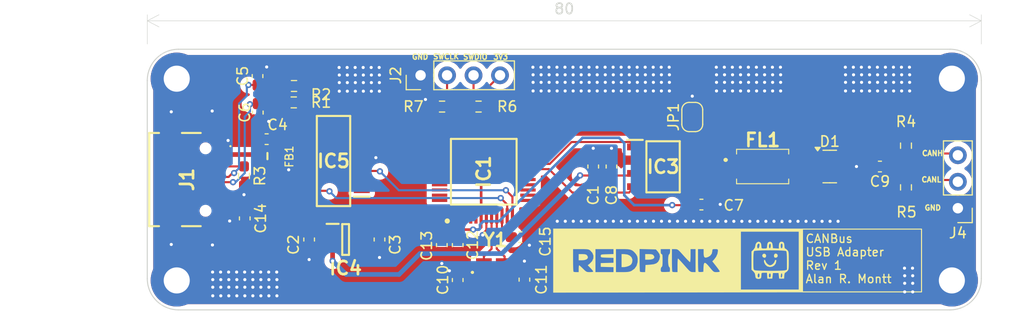
<source format=kicad_pcb>
(kicad_pcb (version 20241229) (generator "pcbnew") (generator_version "9.0")
  (layers (0 "F.Cu" signal) (2 "B.Cu" signal) (13 "F.Paste" user) (15 "B.Paste" user) (5 "F.SilkS" user "F.Silkscreen") (7 "B.SilkS" user "B.Silkscreen") (1 "F.Mask" user) (3 "B.Mask" user) (25 "Edge.Cuts" user))
  (net 0 "")
  (net 1 "VSS")
  (net 2 "5V")
  (net 3 "3V3")
  (net 4 "3V3_V1")
  (net 5 "D+1")
  (net 6 "D-1")
  (net 7 "Net-(C9-Pad1)")
  (net 8 "OSC_IN")
  (net 9 "OSC_OUT")
  (net 10 "Net-(J1-VBUS_1)")
  (net 11 "NRST")
  (net 12 "CANL")
  (net 13 "CANH")
  (net 15 "TXD")
  (net 17 "SWDIO")
  (net 21 "SWCLK")
  (net 27 "CANTX")
  (net 31 "USART2_RX")
  (net 34 "RXD")
  (net 36 "VREF")
  (net 41 "USART2_TX")
  (net 48 "CANRX")
  (net 57 "Net-(IC3-STBY)")
  (net 60 "CBUS3")
  (net 61 "DSR")
  (net 63 "RI")
  (net 64 "CTS")
  (net 65 "CBUS0")
  (net 66 "RTS")
  (net 68 "DCD")
  (net 69 "DTR")
  (net 73 "Net-(J1-CC1)")
  (net 76 "/USBDN")
  (net 77 "/USBDP")
  (net 78 "Net-(IC3-CANH)")
  (net 79 "Net-(IC3-CANL)")
  (footprint "MountingHole:MountingHole_2.5mm_Pad" (layer "F.Cu") (at 114.575 77.175)
    (property "Reference" "H4" (hide yes))
    (property "Value" "MountingHole_Pad")
  )
  (footprint "Capacitor_SMD:C_0603_1608Metric_Pad1.08x0.95mm_HandSolder" (layer "F.Cu") (at 122.35 61.075 -90)
    (property "Reference" "C6")
    (property "Value" "47pF")
  )
  (footprint "Capacitor_SMD:C_0603_1608Metric_Pad1.08x0.95mm_HandSolder" (layer "F.Cu") (at 141.525 73.7875 -90)
    (property "Reference" "C12")
    (property "Value" "4.7uF")
  )
  (footprint "Resistor_SMD:R_0603_1608Metric_Pad0.98x0.95mm_HandSolder" (layer "F.Cu") (at 184.525 64.25 -90)
    (property "Reference" "R4")
    (property "Value" "60")
  )
  (footprint "RedPink_STM32C09_Board:DR221474AE" (layer "F.Cu") (at 170.775 66.25)
    (property "Reference" "FL1")
    (property "Value" "DR221-513AE" (hide yes))
  )
  (footprint "Capacitor_SMD:C_0603_1608Metric_Pad1.08x0.95mm_HandSolder" (layer "F.Cu") (at 134.025 73.25 -90)
    (property "Reference" "C3")
    (property "Value" "1uF")
  )
  (footprint "LOGO" (layer "F.Cu") (at 162.55 75.275)
    (property "Reference" "G***" (hide yes))
    (property "Value" "LOGO" (hide yes))
  )
  (footprint "Capacitor_SMD:C_0603_1608Metric_Pad1.08x0.95mm_HandSolder" (layer "F.Cu") (at 121.1 71.225 90)
    (property "Reference" "C14")
    (property "Value" "10nF")
  )
  (footprint "RedPink_STM32C09_Board:QFP50P900X900X160-48N" (layer "F.Cu") (at 144.025 66.75 90)
    (property "Reference" "IC1")
    (property "Value" "STM32C092CBT6" (hide yes))
  )
  (footprint "Capacitor_SMD:C_0603_1608Metric_Pad1.08x0.95mm_HandSolder" (layer "F.Cu") (at 141.525 77.1375 90)
    (property "Reference" "C10")
    (property "Value" "6pF")
  )
  (footprint "Capacitor_SMD:C_0603_1608Metric_Pad1.08x0.95mm_HandSolder" (layer "F.Cu") (at 147.5375 73.025)
    (property "Reference" "C15")
    (property "Value" "100nF")
  )
  (footprint "Capacitor_SMD:C_0603_1608Metric_Pad1.08x0.95mm_HandSolder" (layer "F.Cu") (at 156.275 66.25 -90)
    (property "Reference" "C8")
    (property "Value" "100n")
  )
  (footprint "Jumper:SolderJumper-2_P1.3mm_Open_RoundedPad1.0x1.5mm" (layer "F.Cu") (at 164.025 61.5 90)
    (property "Reference" "JP1")
    (property "Value" "Jumper_2_Open")
  )
  (footprint "Capacitor_SMD:C_0603_1608Metric_Pad1.08x0.95mm_HandSolder" (layer "F.Cu") (at 164.9 69.9 180)
    (property "Reference" "C7")
    (property "Value" "100nF")
  )
  (footprint "Connector_PinHeader_2.54mm:PinHeader_1x03_P2.54mm_Vertical" (layer "F.Cu") (at 189.5 70.25 180)
    (property "Reference" "J4")
    (property "Value" "CANBUS" (hide yes))
  )
  (footprint "Resistor_SMD:R_0603_1608Metric_Pad0.98x0.95mm_HandSolder" (layer "F.Cu") (at 184.525 68.25 -90)
    (property "Reference" "R5")
    (property "Value" "60")
  )
  (footprint "Capacitor_SMD:C_0603_1608Metric_Pad1.08x0.95mm_HandSolder" (layer "F.Cu") (at 147.925 77.1 90)
    (property "Reference" "C11")
    (property "Value" "6pF")
  )
  (footprint "Connector_PinHeader_2.54mm:PinHeader_1x04_P2.54mm_Vertical" (layer "F.Cu") (at 137.965 57.5 90)
    (property "Reference" "J2")
    (property "Value" "SWD DEBUG")
  )
  (footprint "Capacitor_SMD:C_0603_1608Metric_Pad1.08x0.95mm_HandSolder" (layer "F.Cu") (at 127.275 73.25 -90)
    (property "Reference" "C2")
    (property "Value" "1uF")
  )
  (footprint "Resistor_SMD:R_0603_1608Metric_Pad0.98x0.95mm_HandSolder" (layer "F.Cu") (at 125.825 58.525 180)
    (property "Reference" "R2")
    (property "Value" "27")
  )
  (footprint "Resistor_SMD:R_0603_1608Metric_Pad0.98x0.95mm_HandSolder" (layer "F.Cu") (at 121.025 67.15 90)
    (property "Reference" "R3")
    (property "Value" "5.1k")
  )
  (footprint "Capacitor_SMD:C_0603_1608Metric_Pad1.08x0.95mm_HandSolder" (layer "F.Cu") (at 123.2 63.625 180)
    (property "Reference" "C4")
    (property "Value" "0.1uF")
  )
  (footprint "MountingHole:MountingHole_2.5mm_Pad" (layer "F.Cu") (at 114.575 57.825)
    (property "Reference" "H3" (hide yes))
    (property "Value" "MountingHole_Pad")
  )
  (footprint "MountingHole:MountingHole_2.5mm_Pad" (layer "F.Cu") (at 188.925 77.175)
    (property "Reference" "H2" (hide yes))
    (property "Value" "MountingHole_Pad")
  )
  (footprint "Resistor_SMD:R_0603_1608Metric_Pad0.98x0.95mm_HandSolder" (layer "F.Cu") (at 143.525 60.5)
    (property "Reference" "R6")
    (property "Value" "10k")
  )
  (footprint "RedPink_STM32C09_Board:LDO SOT95P280X145-5N" (layer "F.Cu") (at 130.775 73.25)
    (property "Reference" "IC4")
    (property "Value" "LDLN025M18R" (hide yes))
  )
  (footprint "Capacitor_SMD:C_0603_1608Metric_Pad1.08x0.95mm_HandSolder" (layer "F.Cu") (at 140 73.7875 -90)
    (property "Reference" "C13")
    (property "Value" "100nF")
  )
  (footprint "Capacitor_SMD:C_0603_1608Metric_Pad1.08x0.95mm_HandSolder" (layer "F.Cu") (at 182.025 66.25 180)
    (property "Reference" "C9")
    (property "Value" "4700pF")
  )
  (footprint "RedPink_STM32C09_Board:FTDI SOP64P599X175-20N" (layer "F.Cu") (at 129.613 65.722 180)
    (property "Reference" "IC5")
    (property "Value" "FT231XS-U" (hide yes))
  )
  (footprint "RedPink_STM32C09_Board:NX3225GD8MHZSTDCRA3" (layer "F.Cu") (at 144.9875 76.4)
    (property "Reference" "Y1")
    (property "Value" "NX3225GD-8MHZ-STD-CRA-3" (hide yes))
  )
  (footprint "RedPink_STM32C09_Board:BLM18SP221SN1B" (layer "F.Cu") (at 123.275 65.25 180)
    (property "Reference" "FB1")
    (property "Value" "600R 0.85A" (hide yes))
  )
  (footprint "Package_TO_SOT_SMD:SOT-23" (layer "F.Cu") (at 177.2125 66.25)
    (property "Reference" "D1")
    (property "Value" "NUP2105L")
  )
  (footprint "RedPink_STM32C09_Board:USB421603A" (layer "F.Cu") (at 115.275 67.5 -90)
    (property "Reference" "J1")
    (property "Value" "USB4216-03-A" (hide yes))
  )
  (footprint "Capacitor_SMD:C_0603_1608Metric_Pad1.08x0.95mm_HandSolder" (layer "F.Cu") (at 154.525 66.25 -90)
    (property "Reference" "C1")
    (property "Value" "22u")
  )
  (footprint "Resistor_SMD:R_0603_1608Metric_Pad0.98x0.95mm_HandSolder" (layer "F.Cu") (at 125.8 60.1)
    (property "Reference" "R1")
    (property "Value" "27")
  )
  (footprint "RedPink_STM32C09_Board:CANBUS SOIC127P600X175-8N" (layer "F.Cu") (at 161.225 66.275)
    (property "Reference" "IC3")
    (property "Value" "ATA6561-GAQW-N" (hide yes))
  )
  (footprint "Capacitor_SMD:C_0603_1608Metric_Pad1.08x0.95mm_HandSolder" (layer "F.Cu") (at 122.325 57.575 90)
    (property "Reference" "C5")
    (property "Value" "47pF")
  )
  (footprint "Resistor_SMD:R_0603_1608Metric_Pad0.98x0.95mm_HandSolder" (layer "F.Cu") (at 140.025 60.5)
    (property "Reference" "R7")
    (property "Value" "10k")
  )
  (footprint "MountingHole:MountingHole_2.5mm_Pad" (layer "F.Cu") (at 188.925 57.825)
    (property "Reference" "H1" (hide yes))
    (property "Value" "MountingHole_Pad" (hide yes))
  )
  (gr_rect (start 174.595214 72.254342) (end 186.014977 78.275145) (stroke (width 0.1)) (fill no) (layer "F.SilkS"))
  (gr_arc (start 111.75 58) (mid 112.62868 55.87868) (end 114.75 55) (stroke (width 0.1)) (layer "Edge.Cuts"))
  (gr_line (start 111.75 77) (end 111.75 58) (stroke (width 0.1)) (layer "Edge.Cuts"))
  (gr_arc (start 191.75 77) (mid 190.87132 79.12132) (end 188.75 80) (stroke (width 0.1)) (layer "Edge.Cuts"))
  (gr_line (start 188.75 80) (end 114.75 80) (stroke (width 0.1)) (layer "Edge.Cuts"))
  (gr_arc (start 188.75 55) (mid 190.87132 55.87868) (end 191.75 58) (stroke (width 0.1)) (layer "Edge.Cuts"))
  (gr_arc (start 114.75 80) (mid 112.62868 79.12132) (end 111.75 77) (stroke (width 0.1)) (layer "Edge.Cuts"))
  (gr_line (start 114.75 55) (end 188.75 55) (stroke (width 0.1)) (layer "Edge.Cuts"))
  (gr_line (start 191.75 58) (end 191.75 77) (stroke (width 0.1)) (layer "Edge.Cuts"))
  (gr_text "CANBus\nUSB Adapter\nRev 1\nAlan R. Montt\n" (at 174.825 75.1 0) (layer "F.SilkS") (effects (font (size 0.8 0.8) (thickness 0.125)) (justify left)))
  (gr_text "SWDIO" (at 141.975 56.025 0) (layer "F.SilkS") (effects (font (size 0.5 0.5) (thickness 0.125)) (justify left bottom)))
  (gr_text "GND" (at 186.25 70.5 0) (layer "F.SilkS") (effects (font (size 0.5 0.5) (thickness 0.125)) (justify left bottom)))
  (gr_text "CANL" (at 185.95 67.8 0) (layer "F.SilkS") (effects (font (size 0.5 0.5) (thickness 0.125)) (justify left bottom)))
  (gr_text "CANH" (at 186 65.275 0) (layer "F.SilkS") (effects (font (size 0.5 0.5) (thickness 0.125)) (justify left bottom)))
  (gr_text "SWCLK" (at 139.1 56 0) (layer "F.SilkS") (effects (font (size 0.5 0.5) (thickness 0.125)) (justify left bottom)))
  (gr_text "GND" (at 137.075 56.025 0) (layer "F.SilkS") (effects (font (size 0.5 0.5) (thickness 0.125)) (justify left bottom)))
  (gr_text "3V3" (at 144.875 56.025 0) (layer "F.SilkS") (effects (font (size 0.5 0.5) (thickness 0.125)) (justify left bottom)))
  (dimension (type orthogonal) (layer "Edge.Cuts") (pts (xy 111.75 55) (xy 191.75 55)) (height -2.725) (orientation 0) (format (prefix "") (suffix "") (units 3) (units_format 0) (precision 4) (suppress_zeroes yes)) (style (thickness 0.05) (arrow_length 1.27) (text_position_mode 0) (arrow_direction outward) (extension_height 0.58642) (extension_offset 0.5) (keep_text_aligned yes)) (gr_text "80" (at 151.75 51.125 0) (layer "Edge.Cuts") (effects (font (size 1 1) (thickness 0.15)))))
  (segment (start 140 75.55) (end 140 74.65) (width 0.2) (layer "F.Cu") (net 1))
  (segment (start 114.038 61.187) (end 114.038 62.405) (width 0.2) (layer "F.Cu") (net 1))
  (segment (start 156.5275 65.64) (end 156.275 65.3875) (width 0.2) (layer "F.Cu") (net 1))
  (segment (start 114.05 61) (end 114.05 61.175) (width 0.2) (layer "F.Cu") (net 1))
  (segment (start 122.3375 61.95) (end 122.35 61.9375) (width 0.2) (layer "F.Cu") (net 1))
  (segment (start 117.975 60.925) (end 117.975 61.175) (width 0.2) (layer "F.Cu") (net 1))
  (segment (start 147.925 76.2375) (end 147.925 75.325) (width 0.2) (layer "F.Cu") (net 1))
  (segment (start 118.613 64.3) (end 118.95 64.3) (width 0.2) (layer "F.Cu") (net 1))
  (segment (start 117.963 73.587) (end 117.963 72.595) (width 0.2) (layer "F.Cu") (net 1))
  (segment (start 127.275 74.1125) (end 127.275 75.175) (width 0.2) (layer "F.Cu") (net 1))
  (segment (start 118.875 70.7) (end 119.65 71.475) (width 0.2) (layer "F.Cu") (net 1))
  (segment (start 179.775 66.25) (end 181.1625 66.25) (width 0.2) (layer "F.Cu") (net 1))
  (segment (start 141.525 76.275) (end 140.75 76.275) (width 0.2) (layer "F.Cu") (net 1))
  (segment (start 122.325 56.7125) (end 123.1875 56.7125) (width 0.2) (layer "F.Cu") (net 1))
  (segment (start 134.025 74.1125) (end 134.025 74.975) (width 0.2) (layer "F.Cu") (net 1))
  (segment (start 158.525 65.64) (end 156.5275 65.64) (width 0.2) (layer "F.Cu") (net 1))
  (segment (start 156.275 64.5) (end 156.275 65.3875) (width 0.2) (layer "F.Cu") (net 1))
  (segment (start 132.325 65.404) (end 133.671 65.404) (width 0.2) (layer "F.Cu") (net 1))
  (segment (start 126.901 66.04) (end 125.835 66.04) (width 0.2) (layer "F.Cu") (net 1))
  (segment (start 123.1875 56.7125) (end 123.2 56.7) (width 0.2) (layer "F.Cu") (net 1))
  (segment (start 117.963 61.187) (end 117.963 62.405) (width 0.2) (layer "F.Cu") (net 1))
  (segment (start 144.275 72.35) (end 143.925 72.7) (width 0.2) (layer "F.Cu") (net 1))
  (segment (start 120.2625 72.0875) (end 121.1 72.0875) (width 0.2) (layer "F.Cu") (net 1))
  (segment (start 122.3375 63.625) (end 122.3375 61.95) (width 0.2) (layer "F.Cu") (net 1))
  (segment (start 118.95 64.3) (end 119.5 63.75) (width 0.2) (layer "F.Cu") (net 1))
  (segment (start 164.025 60.85) (end 164.025 59.5) (width 0.2) (layer "F.Cu") (net 1))
  (segment (start 137.965 59.3525) (end 138.43125 59.81875) (width 0.2) (layer "F.Cu") (net 1))
  (segment (start 114.05 61.175) (end 114.038 61.187) (width 0.2) (layer "F.Cu") (net 1))
  (segment (start 114.038 72.595) (end 114.038 73.713) (width 0.2) (layer "F.Cu") (net 1))
  (segment (start 121.025 68.0625) (end 121.025 68.95) (width 0.2) (layer "F.Cu") (net 1))
  (segment (start 117.975 61.175) (end 117.963 61.187) (width 0.2) (layer "F.Cu") (net 1))
  (segment (start 125.835 66.04) (end 125.3125 66.5625) (width 0.2) (layer "F.Cu") (net 1))
  (segment (start 140.75 76.275) (end 140.725 76.25) (width 0.2) (layer "F.Cu") (net 1))
  (segment (start 165.7625 69.9) (end 166.686333 69.9) (width 0.2) (layer "F.Cu") (net 1))
  (segment (start 137.965 57.5) (end 137.965 59.3525) (width 0.2) (layer "F.Cu") (net 1))
  (segment (start 178.15 66.25) (end 179.775 66.25) (width 0.2) (layer "F.Cu") (net 1))
  (segment (start 138.43125 59.81875) (end 139.1125 60.5) (width 0.2) (layer "F.Cu") (net 1))
  (segment (start 118 73.624) (end 117.963 73.587) (width 0.2) (layer "F.Cu") (net 1))
  (segment (start 125.3125 66.5625) (end 125.3 66.575) (width 0.2) (layer "F.Cu") (net 1))
  (segment (start 119.65 71.475) (end 120.2625 72.0875) (width 0.2) (layer "F.Cu") (net 1))
  (segment (start 122.35 61.9375) (end 123.3875 61.9375) (width 0.2) (layer "F.Cu") (net 1))
  (segment (start 144.275 70.988) (end 144.275 72.35) (width 0.2) (layer "F.Cu") (net 1))
  (segment (start 140 74.65) (end 141.525 74.65) (width 0.2) (layer "F.Cu") (net 1))
  (segment (start 148.4 73.025) (end 148.4 73.8) (width 0.2) (layer "F.Cu") (net 1))
  (segment (start 133.671 65.404) (end 133.675 65.4) (width 0.2) (layer "F.Cu") (net 1))
  (segment (start 123.3875 61.9375) (end 123.4 61.925) (width 0.2) (layer "F.Cu") (net 1))
  (segment (start 114.038 73.713) (end 114.05 73.725) (width 0.2) (layer "F.Cu") (net 1))
  (segment (start 143.925 72.7) (end 143.925 72.825) (width 0.2) (layer "F.Cu") (net 1))
  (segment (start 118.613 70.7) (end 118.875 70.7) (width 0.2) (layer "F.Cu") (net 1))
  (segment (start 154.525 64.5) (end 154.525 65.3875) (width 0.2) (layer "F.Cu") (net 1))
  (segment (start 118 73.775) (end 118 73.624) (width 0.2) (layer "F.Cu") (net 1))
  (via (at 148.75625 58.175) (size 0.6) (drill 0.3) (layers "F.Cu" "B.Cu") (net 1))
  (via (at 131.70625 57.475) (size 0.6) (drill 0.3) (layers "F.Cu" "B.Cu") (net 1))
  (via (at 184.85625 56.725) (size 0.6) (drill 0.3) (layers "F.Cu" "B.Cu") (net 1))
  (via (at 158.7375 56.725) (size 0.6) (drill 0.3) (layers "F.Cu" "B.Cu") (net 1))
  (via (at 120.31875 76.375) (size 0.6) (drill 0.3) (layers "F.Cu" "B.Cu") (net 1))
  (via (at 147.925 75.325) (size 0.6) (drill 0.3) (layers "F.Cu" "B.Cu") (net 1))
  (via (at 168.65625 57.45) (size 0.6) (drill 0.3) (layers "F.Cu" "B.Cu") (net 1))
  (via (at 166.472274 71.505244) (size 0.6) (drill 0.3) (layers "F.Cu" "B.Cu") (net 1))
  (via (at 164.15 71.5) (size 0.6) (drill 0.3) (layers "F.Cu" "B.Cu") (net 1))
  (via (at 153.38125 71.5) (size 0.6) (drill 0.3) (layers "F.Cu" "B.Cu") (net 1))
  (via (at 184.10625 57.45) (size 0.6) (drill 0.3) (layers "F.Cu" "B.Cu") (net 1))
  (via (at 124.1625 76.375) (size 0.6) (drill 0.3) (layers "F.Cu" "B.Cu") (net 1))
  (via (at 181.8 57.45) (size 0.6) (drill 0.3) (layers "F.Cu" "B.Cu") (net 1))
  (via (at 159.5375 71.5) (size 0.6) (drill 0.3) (layers "F.Cu" "B.Cu") (net 1))
  (via (at 157.21875 59) (size 0.6) (drill 0.3) (layers "F.Cu" "B.Cu") (net 1))
  (via (at 121.0875 76.375) (size 0.6) (drill 0.3) (layers "F.Cu" "B.Cu") (net 1))
  (via (at 184.4 77.45) (size 0.6) (drill 0.3) (layers "F.Cu" "B.Cu") (net 1))
  (via (at 152.6 58.175) (size 0.6) (drill 0.3) (layers "F.Cu" "B.Cu") (net 1))
  (via (at 138.43125 59.81875) (size 0.6) (drill 0.3) (layers "F.Cu" "B.Cu") (net 1))
  (via (at 185.15 76) (size 0.6) (drill 0.3) (layers "F.Cu" "B.Cu") (net 1))
  (via (at 132.475 58.2) (size 0.6) (drill 0.3) (layers "F.Cu" "B.Cu") (net 1))
  (via (at 119.56875 78.65) (size 0.6) (drill 0.3) (layers "F.Cu" "B.Cu") (net 1))
  (via (at 130.16875 57.475) (size 0.6) (drill 0.3) (layers "F.Cu" "B.Cu") (net 1))
  (via (at 161.04375 56.725) (size 0.6) (drill 0.3) (layers "F.Cu" "B.Cu") (net 1))
  (via (at 123.4 61.925) (size 0.6) (drill 0.3) (layers "F.Cu" "B.Cu") (net 1))
  (via (at 181.8 59) (size 0.6) (drill 0.3) (layers "F.Cu" "B.Cu") (net 1))
  (via (at 130.16875 58.2) (size 0.6) (drill 0.3) (layers "F.Cu" "B.Cu") (net 1))
  (via (at 183.3375 58.175) (size 0.6) (drill 0.3) (layers "F.Cu" "B.Cu") (net 1))
  (via (at 154.1375 59) (size 0.6) (drill 0.3) (layers "F.Cu" "B.Cu") (net 1))
  (via (at 174.934774 71.505244) (size 0.6) (drill 0.3) (layers "F.Cu" "B.Cu") (net 1))
  (via (at 149.525 59) (size 0.6) (drill 0.3) (layers "F.Cu" "B.Cu") (net 1))
  (via (at 121.10625 77.1) (size 0.6) (drill 0.3) (layers "F.Cu" "B.Cu") (net 1))
  (via (at 154.11875 56.725) (size 0.6) (drill 0.3) (layers "F.Cu" "B.Cu") (net 1))
  (via (at 172.5 58.175) (size 0.6) (drill 0.3) (layers "F.Cu" "B.Cu") (net 1))
  (via (at 151.83125 58.175) (size 0.6) (drill 0.3) (layers "F.Cu" "B.Cu") (net 1))
  (via (at 131.6875 56.75) (size 0.6) (drill 0.3) (layers "F.Cu" "B.Cu") (net 1))
  (via (at 118.8 78.65) (size 0.6) (drill 0.3) (layers "F.Cu" "B.Cu") (net 1))
  (via (at 156.45 57.45) (size 0.6) (drill 0.3) (layers "F.Cu" "B.Cu") (net 1))
  (via (at 151.84375 71.5) (size 0.6) (drill 0.3) (layers "F.Cu" "B.Cu") (net 1))
  (via (at 167.1 56.725) (size 0.6) (drill 0.3) (layers "F.Cu" "B.Cu") (net 1))
  (via (at 184.10625 59) (size 0.6) (drill 0.3) (layers "F.Cu" "B.Cu") (net 1))
  (via (at 121.025 68.95) (size 0.6) (drill 0.3) (layers "F.Cu" "B.Cu") (net 1))
  (via (at 179.775 66.25) (size 0.6) (drill 0.3) (layers "F.Cu" "B.Cu") (net 1))
  (via (at 133.225 56.75) (size 0.6) (drill 0.3) (layers "F.Cu" "B.Cu") (net 1))
  (via (at 183.3375 57.45) (size 0.6) (drill 0.3) (layers "F.Cu" "B.Cu") (net 1))
  (via (at 156.45625 71.5) (size 0.6) (drill 0.3) (layers "F.Cu" "B.Cu") (net 1))
  (via (at 123.39375 76.375) (size 0.6) (drill 0.3) (layers "F.Cu" "B.Cu") (net 1))
  (via (at 165.703524 71.505244) (size 0.6) (drill 0.3) (layers "F.Cu" "B.Cu") (net 1))
  (via (at 184.0875 56.725) (size 0.6) (drill 0.3) (layers "F.Cu" "B.Cu") (net 1))
  (via (at 131.70625 58.2) (size 0.6) (drill 0.3) (layers "F.Cu" "B.Cu") (net 1))
  (via (at 158.76875 71.5) (size 0.6) (drill 0.3) (layers "F.Cu" "B.Cu") (net 1))
  (via (at 169.547274 71.505244) (size 0.6) (drill 0.3) (layers "F.Cu" "B.Cu") (net 1))
  (via (at 182.56875 57.45) (size 0.6) (drill 0.3) (layers "F.Cu" "B.Cu") (net 1))
  (via (at 150.29375 58.175) (size 0.6) (drill 0.3) (layers "F.Cu" "B.Cu") (net 1))
  (via (at 156.45 58.175) (size 0.6) (drill 0.3) (layers "F.Cu" "B.Cu") (net 1))
  (via (at 184.38125 76) (size 0.6) (drill 0.3) (layers "F.Cu" "B.Cu") (net 1))
  (via (at 151.04375 56.725) (size 0.6) (drill 0.3) (layers "F.Cu" "B.Cu") (net 1))
  (via (at 123.2 56.7) (size 0.6) (drill 0.3) (layers "F.Cu" "B.Cu") (net 1))
  (via (at 157.21875 58.175) (size 0.6) (drill 0.3) (layers "F.Cu" "B.Cu") (net 1))
  (via (at 160.29375 59) (size 0.6) (drill 0.3) (layers "F.Cu" "B.Cu") (net 1))
  (via (at 118.03125 78.65) (size 0.6) (drill 0.3) (layers "F.Cu" "B.Cu") (net 1))
  (via (at 180.24375 56.725) (size 0.6) (drill 0.3) (layers "F.Cu" "B.Cu") (net 1))
  (via (at 153.35 56.725) (size 0.6) (drill 0.3) (layers "F.Cu" "B.Cu") (net 1))
  (via (at 122.64375 78.65) (size 0.6) (drill 0.3) (layers "F.Cu" "B.Cu") (net 1))
  (via (at 181.8 58.175) (size 0.6) (drill 0.3) (layers "F.Cu" "B.Cu") (net 1))
  (via (at 114.05 73.725) (size 0.6) (drill 0.3) (layers "F.Cu" "B.Cu") (net 1))
  (via (at 171.7125 56.725) (size 0.6) (drill 0.3) (layers "F.Cu" "B.Cu") (net 1))
  (via (at 119.56875 77.825) (size 0.6) (drill 0.3) (layers "F.Cu" "B.Cu") (net 1))
  (via (at 170.19375 59) (size 0.6) (drill 0.3) (layers "F.Cu" "B.Cu") (net 1))
  (via (at 134.0125 59.025) (size 0.6) (drill 0.3) (layers "F.Cu" "B.Cu") (net 1))
  (via (at 118.03125 77.825) (size 0.6) (drill 0.3) (layers "F.Cu" "B.Cu") (net 1))
  (via (at 157.9875 59) (size 0.6) (drill 0.3) (layers "F.Cu" "B.Cu") (net 1))
  (via (at 168.009774 71.505244) (size 0.6) (drill 0.3) (layers "F.Cu" "B.Cu") (net 1))
  (via (at 179.49375 59) (size 0.6) (drill 0.3) (layers "F.Cu" "B.Cu") (net 1))
  (via (at 151.83125 57.45) (size 0.6) (drill 0.3) (layers "F.Cu" "B.Cu") (net 1))
  (via (at 170.94375 56.725) (size 0.6) (drill 0.3) (layers "F.Cu" "B.Cu") (net 1))
  (via (at 132.45625 56.75) (size 0.6) (drill 0.3) (layers "F.Cu" "B.Cu") (net 1))
  (via (at 166.706146 69.880187) (size 0.6) (drill 0.3) (layers "F.Cu" "B.Cu") (net 1))
  (via (at 130.9375 57.475) (size 0.6) (drill 0.3) (layers "F.Cu" "B.Cu") (net 1))
  (via (at 164.025 59.5) (size 0.6) (drill 0.3) (layers "F.Cu" "B.Cu") (net 1))
  (via (at 161.0625 58.175) (size 0.6) (drill 0.3) (layers "F.Cu" "B.Cu") (net 1))
  (via (at 151.075 71.5) (size 0.6) (drill 0.3) (layers "F.Cu" "B.Cu") (net 1))
  (via (at 130.91875 56.75) (size 0.6) (drill 0.3) (layers "F.Cu" "B.Cu") (net 1))
  (via (at 114.05 61) (size 0.6) (drill 0.3) (layers "F.Cu" "B.Cu") (net 1))
  (via (at 157.9875 57.45) (size 0.6) (drill 0.3) (layers "F.Cu" "B.Cu") (net 1))
  (via (at 121.875 78.65) (size 0.6) (drill 0.3) (layers "F.Cu" "B.Cu") (net 1))
  (via (at 161.8125 56.725) (size 0.6) (drill 0.3) (layers "F.Cu" "B.Cu") (net 1))
  (via (at 143.925 72.825) (size 0.6) (drill 0.3) (layers "F.Cu" "B.Cu") (net 1))
  (via (at 169.425 57.45) (size 0.6) (drill 0.3) (layers "F.Cu" "B.Cu") (net 1))
  (via (at 123.4125 77.1) (size 0.6) (drill 0.3) (layers "F.Cu" "B.Cu") (net 1))
  (via (at 133.24375 58.2) (size 0.6) (drill 0.3) (layers "F.Cu" "B.Cu") (net 1))
  (via (at 151.0625 57.45) (size 0.6) (drill 0.3) (layers "F.Cu" "B.Cu") (net 1))
  (via (at 119.5 63.75) (size 0.6) (drill 0.3) (layers "F.Cu" "B.Cu") (net 1))
  (via (at 170.175 56.725) (size 0.6) (drill 0.3) (layers "F.Cu" "B.Cu") (net 1))
  (via (at 161.83125 59) (size 0.6) (drill 0.3) (layers "F.Cu" "B.Cu") (net 1))
  (via (at 124.18125 77.1) (size 0.6) (drill 0.3) (layers "F.Cu" "B.Cu") (net 1))
  (via (at 154.15 71.5) (size 0.6) (drill 0.3) (layers "F.Cu" "B.Cu") (net 1))
  (via (at 167.11875 57.45) (size 0.6) (drill 0.3) (layers "F.Cu" "B.Cu") (net 1))
  (via (at 183.3375 59) (size 0.6) (drill 0.3) (layers "F.Cu" "B.Cu") (net 1))
  (via (at 169.425 58.175) (size 0.6) (drill 0.3) (layers "F.Cu" "B.Cu") (net 1))
  (via (at 124.18125 77.825) (size 0.6) (drill 0.3) (layers "F.Cu" "B.Cu") (net 1))
  (via (at 130.9375 58.2) (size 0.6) (drill 0.3) (layers "F.Cu" "B.Cu") (net 1))
  (via (at 178.725 57.45) (size 0.6) (drill 0.3) (layers "F.Cu" "B.Cu") (net 1))
  (via (at 161.83125 58.175) (size 0.6) (drill 0.3) (layers "F.Cu" "B.Cu") (net 1))
  (via (at 171.73125 57.45) (size 0.6) (drill 0.3) (layers "F.Cu" "B.Cu") (net 1))
  (via (at 152.6125 71.5) (size 0.6) (drill 0.3) (layers "F.Cu" "B.Cu") (net 1))
  (via (at 121.85625 76.375) (size 0.6) (drill 0.3) (layers "F.Cu" "B.Cu") (net 1))
  (via (at 133.99375 56.75) (size 0.6) (drill 0.3) (layers "F.Cu" "B.Cu") (net 1))
  (via (at 153.36875 59) (size 0.6) (drill 0.3) (layers "F.Cu" "B.Cu") (net 1))
  (via (at 133.675 65.4) (size 0.6) (drill 0.3) (layers "F.Cu" "B.Cu") (net 1))
  (via (at 131.70625 59.025) (size 0.6) (drill 0.3) (layers "F.Cu" "B.Cu") (net 1))
  (via (at 184.875 58.175) (size 0.6) (drill 0.3) (layers "F.Cu" "B.Cu") (net 1))
  (via (at 157.9875 58.175) (size 0.6) (drill 0.3) (layers "F.Cu" "B.Cu") (net 1))
  (via (at 150.29375 59) (size 0.6) (drill 0.3) (layers "F.Cu" "B.Cu") (net 1))
  (via (at 161.0625 57.45) (size 0.6) (drill 0.3) (layers "F.Cu" "B.Cu") (net 1))
  (via (at 158 71.5) (size 0.6) (drill 0.3) (layers "F.Cu" "B.Cu") (net 1))
  (via (at 149.50625 56.725) (size 0.6) (drill 0.3) (layers "F.Cu" "B.Cu") (net 1))
  (via (at 132.475 59.025) (size 0.6) (drill 0.3) (layers "F.Cu" "B.Cu") (net 1))
  (via (at 156.43125 56.725) (size 0.6) (drill 0.3) (layers "F.Cu" "B.Cu") (net 1))
  (via (at 168.65625 58.175) (size 0.6) (drill 0.3) (layers "F.Cu" "B.Cu") (net 1))
  (via (at 155.6875 71.5) (size 0.6) (drill 0.3) (layers "F.Cu" "B.Cu") (net 1))
  (via (at 178.009774 71.505244) (size 0.6) (drill 0.3) (layers "F.Cu" "B.Cu") (net 1))
  (via (at 154.525 64.5) (size 0.6) (drill 0.3) (layers "F.Cu" "B.Cu") (net 1))
  (via (at 130.15 56.75) (size 0.6) (drill 0.3) (layers "F.Cu" "B.Cu") (net 1))
  (via (at 167.11875 59) (size 0.6) (drill 0.3) (layers "F.Cu" "B.Cu") (net 1))
  (via (at 161.84375 71.5) (size 0.6) (drill 0.3) (layers "F.Cu" "B.Cu") (net 1))
  (via (at 167.86875 56.725) (size 0.6) (drill 0.3) (layers "F.Cu" "B.Cu") (net 1))
  (via (at 171.859774 71.505244) (size 0.6) (drill 0.3) (layers "F.Cu" "B.Cu") (net 1))
  (via (at 121.10625 78.65) (size 0.6) (drill 0.3) (layers "F.Cu" "B.Cu") (net 1))
  (via (at 170.9625 59) (size 0.6) (drill 0.3) (layers "F.Cu" "B.Cu") (net 1))
  (via (at 167.8875 59) (size 0.6) (drill 0.3) (layers "F.Cu" "B.Cu") (net 1))
  (via (at 170.316024 71.505244) (size 0.6) (drill 0.3) (layers "F.Cu" "B.Cu") (net 1))
  (via (at 181.78125 56.725) (size 0.6) (drill 0.3) (layers "F.Cu" "B.Cu") (net 1))
  (via (at 151.8125 56.725) (size 0.6) (drill 0.3) (layers "F.Cu" "B.Cu") (net 1))
  (via (at 134.0125 57.475) (size 0.6) (drill 0.3) (layers "F.Cu" "B.Cu") (net 1))
  (via (at 150.29375 57.45) (size 0.6) (drill 0.3) (layers "F.Cu" "B.Cu") (net 1))
  (via (at 159.525 58.175) (size 0.6) (drill 0.3) (layers "F.Cu" "B.Cu") (net 1))
  (via (at 159.50625 56.725) (size 0.6) (drill 0.3) (layers "F.Cu" "B.Cu") (net 1))
  (via (at 118.78125 76.375) (size 0.6) (drill 0.3) (layers "F.Cu" "B.Cu") (net 1))
  (via (at 167.8875 58.175) (size 0.6) (drill 0.3) (layers "F.Cu" "B.Cu") (net 1))
  (via (at 157.225 71.5) (size 0.6) (drill 0.3) (layers "F.Cu" "B.Cu") (net 1))
  (via (at 119.65 71.475) (size 0.6) (drill 0.3) (layers "F.Cu" "B.Cu") (net 1))
  (via (at 133.24375 59.025) (size 0.6) (drill 0.3) (layers "F.Cu" "B.Cu") (net 1))
  (via (at 160.30625 71.5) (size 0.6) (drill 0.3) (layers "F.Cu" "B.Cu") (net 1))
  (via (at 180.2625 57.45) (size 0.6) (drill 0.3) (layers "F.Cu" "B.Cu") (net 1))
  (via (at 166.35 57.45) (size 0.6) (drill 0.3) (layers "F.Cu" "B.Cu") (net 1))
  (via (at 148.75625 59) (size 0.6) (drill 0.3) (layers "F.Cu" "B.Cu") (net 1))
  (via (at 123.4125 78.65) (size 0.6) (drill 0.3) (layers "F.Cu" "B.Cu") (net 1))
  (via (at 178.70625 56.725) (size 0.6) (drill 0.3) (layers "F.Cu" "B.Cu") (net 1))
  (via (at 168.65625 59) (size 0.6) (drill 0.3) (layers "F.Cu" "B.Cu") (net 1))
  (via (at 159.525 57.45) (size 0.6) (drill 0.3) (layers "F.Cu" "B.Cu") (net 1))
  (via (at 132.475 57.475) (size 0.6) (drill 0.3) (layers "F.Cu" "B.Cu") (net 1))
  (via (at 184.10625 58.175) (size 0.6) (drill 0.3) (layers "F.Cu" "B.Cu") (net 1))
  (via (at 151.83125 59) (size 0.6) (drill 0.3) (layers "F.Cu" "B.Cu") (net 1))
  (via (at 170.9625 58.175) (size 0.6) (drill 0.3) (layers "F.Cu" "B.Cu") (net 1))
  (via (at 169.40625 56.725) (size 0.6) (drill 0.3) (layers "F.Cu" "B.Cu") (net 1))
  (via (at 130.16875 59.025) (size 0.6) (drill 0.3) (layers "F.Cu" "B.Cu") (net 1))
  (via (at 150.275 56.725) (size 0.6) (drill 0.3) (layers "F.Cu" "B.Cu") (net 1))
  (via (at 181.0125 56.725) (size 0.6) (drill 0.3) (layers "F.Cu" "B.Cu") (net 1))
  (via (at 119.56875 77.1) (size 0.6) (drill 0.3) (layers "F.Cu" "B.Cu") (net 1))
  (via (at 118 73.775) (size 0.6) (drill 0.3) (layers "F.Cu" "B.Cu") (net 1))
  (via (at 154.90625 59) (size 0.6) (drill 0.3) (layers "F.Cu" "B.Cu") (net 1))
  (via (at 125.3125 66.5625) (size 0.6) (drill 0.3) (layers "F.Cu" "B.Cu") (net 1))
  (via (at 118.8 77.825) (size 0.6) (drill 0.3) (layers "F.Cu" "B.Cu") (net 1))
  (via (at 174.166024 71.505244) (size 0.6) (drill 0.3) (layers "F.Cu" "B.Cu") (net 1))
  (via (at 157.21875 57.45) (size 0.6) (drill 0.3) (layers "F.Cu" "B.Cu") (net 1))
  (via (at 154.91875 71.5) (size 0.6) (drill 0.3) (layers "F.Cu" "B.Cu") (net 1))
  (via (at 157.2 56.725) (size 0.6) (drill 0.3) (layers "F.Cu" "B.Cu") (net 1))
  (via (at 182.56875 59) (size 0.6) (drill 0.3) (layers "F.Cu" "B.Cu") (net 1))
  (via (at 152.6 57.45) (size 0.6) (drill 0.3) (layers "F.Cu" "B.Cu") (net 1))
  (via (at 149.525 57.45) (size 0.6) (drill 0.3) (layers "F.Cu" "B.Cu") (net 1))
  (via (at 120.3375 77.1) (size 0.6) (drill 0.3) (layers "F.Cu" "B.Cu") (net 1))
  (via (at 118.03125 77.1) (size 0.6) (drill 0.3) (layers "F.Cu" "B.Cu") (net 1))
  (via (at 163.38125 71.5) (size 0.6) (drill 0.3) (layers "F.Cu" "B.Cu") (net 1))
  (via (at 154.1375 57.45) (size 0.6) (drill 0.3) (layers "F.Cu" "B.Cu") (net 1))
  (via (at 184.4 76.725) (size 0.6) (drill 0.3) (layers "F.Cu" "B.Cu") (net 1))
  (via (at 168.6375 56.725) (size 0.6) (drill 0.3) (layers "F.Cu" "B.Cu") (net 1))
  (via (at 172.628524 71.505244) (size 0.6) (drill 0.3) (layers "F.Cu" "B.Cu") (net 1))
  (via (at 134.025 74.975) (size 0.6) (drill 0.3) (layers "F.Cu" "B.Cu") (net 1))
  (via (at 123.4125 77.825) (size 0.6) (drill 0.3) (layers "F.Cu" "B.Cu") (net 1))
  (via (at 148.7375 56.725) (size 0.6) (drill 0.3) (layers "F.Cu" "B.Cu") (net 1))
  (via (at 179.49375 57.45) (size 0.6) (drill 0.3) (layers "F.Cu" "B.Cu") (net 1))
  (via (at 185.16875 78.275) (size 0.6) (drill 0.3) (layers "F.Cu" "B.Cu") (net 1))
  (via (at 140.725 76.25) (size 0.6) (drill 0.3) (layers "F.Cu" "B.Cu") (net 1))
  (via (at 155.68125 58.175) (size 0.6) (drill 0.3) (layers "F.Cu" "B.Cu") (net 1))
  (via (at 183.31875 56.725) (size 0.6) (drill 0.3) (layers "F.Cu" "B.Cu") (net 1))
  (via (at 154.1375 58.175) (size 0.6) (drill 0.3) (layers "F.Cu" "B.Cu") (net 1))
  (via (at 178.725 58.175) (size 0.6) (drill 0.3) (layers "F.Cu" "B.Cu") (net 1))
  (via (at 166.35 58.175) (size 0.6) (drill 0.3) (layers "F.Cu" "B.Cu") (net 1))
  (via (at 148.4 73.8) (size 0.6) (drill 0.3) (layers "F.Cu" "B.Cu") (net 1))
  (via (at 127.275 75.175) (size 0.6) (drill 0.3) (layers "F.Cu" "B.Cu") (net 1))
  (via (at 154.90625 57.45) (size 0.6) (drill 0.3) (layers "F.Cu" "B.Cu") (net 1))
  (via (at 155.68125 57.45) (size 0.6) (drill 0.3) (layers "F.Cu" "B.Cu") (net 1))
  (via (at 167.11875 58.175) (size 0.6) (drill 0.3) (layers "F.Cu" "B.Cu") (net 1))
  (via (at 170.9625 57.45) (size 0.6) (drill 0.3) (layers "F.Cu" "B.Cu") (net 1))
  (via (at 124.18125 78.65) (size 0.6) (drill 0.3) (layers "F.Cu" "B.Cu") (net 1))
  (via (at 122.64375 77.825) (size 0.6) (drill 0.3) (layers "F.Cu" "B.Cu") (net 1))
  (via (at 121.10625 77.825) (size 0.6) (drill 0.3) (layers "F.Cu" "B.Cu") (net 1))
  (via (at 164.934774 71.505244) (size 0.6) (drill 0.3) (layers "F.Cu" "B.Cu") (net 1))
  (via (at 122.64375 77.1) (size 0.6) (drill 0.3) (layers "F.Cu" "B.Cu") (net 1))
  (via (at 153.36875 57.45) (size 0.6) (drill 0.3) (layers "F.Cu" "B.Cu") (net 1))
  (via (at 160.29375 57.45) (size 0.6) (drill 0.3) (layers "F.Cu" "B.Cu") (net 1))
  (via (at 117.975 60.925) (size 0.6) (drill 0.3) (layers "F.Cu" "B.Cu") (net 1))
  (via (at 122.625 76.375) (size 0.6) (drill 0.3) (layers "F.Cu" "B.Cu") (net 1))
  (via (at 160.29375 58.175) (size 0.6) (drill 0.3) (layers "F.Cu" "B.Cu") (net 1))
  (via (at 182.56875 58.175) (size 0.6) (drill 0.3) (layers "F.Cu" "B.Cu") (net 1))
  (via (at 159.525 59) (size 0.6) (drill 0.3) (layers "F.Cu" "B.Cu") (net 1))
  (via (at 180.2625 58.175) (size 0.6) (drill 0.3) (layers "F.Cu" "B.Cu") (net 1))
  (via (at 180.2625 59) (size 0.6) (drill 0.3) (layers "F.Cu" "B.Cu") (net 1))
  (via (at 175.703524 71.505244) (size 0.6) (drill 0.3) (layers "F.Cu" "B.Cu") (net 1))
  (via (at 120.3375 78.65) (size 0.6) (drill 0.3) (layers "F.Cu" "B.Cu") (net 1))
  (via (at 152.6 59) (size 0.6) (drill 0.3) (layers "F.Cu" "B.Cu") (net 1))
  (via (at 182.55 56.725) (size 0.6) (drill 0.3) (layers "F.Cu" "B.Cu") (net 1))
  (via (at 185.16875 77.45) (size 0.6) (drill 0.3) (layers "F.Cu" "B.Cu") (net 1))
  (via (at 167.8875 57.45) (size 0.6) (drill 0.3) (layers "F.Cu" "B.Cu") (net 1))
  (via (at 173.397274 71.505244) (size 0.6) (drill 0.3) (layers "F.Cu" "B.Cu") (net 1))
  (via (at 184.875 57.45) (size 0.6) (drill 0.3) (layers "F.Cu" "B.Cu") (net 1))
  (via (at 133.24375 57.475) (size 0.6) (drill 0.3) (layers "F.Cu" "B.Cu") (net 1))
  (via (at 179.475 56.725) (size 0.6) (drill 0.3) (layers "F.Cu" "B.Cu") (net 1))
  (via (at 185.16875 76.725) (size 0.6) (drill 0.3) (layers "F.Cu" "B.Cu") (net 1))
  (via (at 181.03125 58.175) (size 0.6) (drill 0.3) (layers "F.Cu" "B.Cu") (net 1))
  (via (at 170.19375 58.175) (size 0.6) (drill 0.3) (layers "F.Cu" "B.Cu") (net 1))
  (via (at 148.75625 57.45) (size 0.6) (drill 0.3) (layers "F.Cu" "B.Cu") (net 1))
  (via (at 155.68125 59) (size 0.6) (drill 0.3) (layers "F.Cu" "B.Cu") (net 1))
  (via (at 161.075 71.5) (size 0.6) (drill 0.3) (layers "F.Cu" "B.Cu") (net 1))
  (via (at 151.0625 59) (size 0.6) (drill 0.3) (layers "F.Cu" "B.Cu") (net 1))
  (via (at 154.90625 58.175) (size 0.6) (drill 0.3) (layers "F.Cu" "B.Cu") (net 1))
  (via (at 172.5 59) (size 0.6) (drill 0.3) (layers "F.Cu" "B.Cu") (net 1))
  (via (at 155.6625 56.725) (size 0.6) (drill 0.3) (layers "F.Cu" "B.Cu") (net 1))
  (via (at 171.73125 59) (size 0.6) (drill 0.3) (layers "F.Cu" "B.Cu") (net 1))
  (via (at 119.55 76.375) (size 0.6) (drill 0.3) (layers "F.Cu" "B.Cu") (net 1))
  (via (at 149.525 58.175) (size 0.6) (drill 0.3) (layers "F.Cu" "B.Cu") (net 1))
  (via (at 171.084774 71.505244) (size 0.6) (drill 0.3) (layers "F.Cu" "B.Cu") (net 1))
  (via (at 178.725 59) (size 0.6) (drill 0.3) (layers "F.Cu" "B.Cu") (net 1))
  (via (at 156.275 64.5) (size 0.6) (drill 0.3) (layers "F.Cu" "B.Cu") (net 1))
  (via (at 158.75625 57.45) (size 0.6) (drill 0.3) (layers "F.Cu" "B.Cu") (net 1))
  (via (at 172.5 57.45) (size 0.6) (drill 0.3) (layers "F.Cu" "B.Cu") (net 1))
  (via (at 158.75625 58.175) (size 0.6) (drill 0.3) (layers "F.Cu" "B.Cu") (net 1))
  (via (at 184.4 78.275) (size 0.6) (drill 0.3) (layers "F.Cu" "B.Cu") (net 1))
  (via (at 158.75625 59) (size 0.6) (drill 0.3) (layers "F.Cu" "B.Cu") (net 1))
  (via (at 179.49375 58.175) (size 0.6) (drill 0.3) (layers "F.Cu" "B.Cu") (net 1))
  (via (at 168.778524 71.505244) (size 0.6) (drill 0.3) (layers "F.Cu" "B.Cu") (net 1))
  (via (at 121.875 77.1) (size 0.6) (drill 0.3) (layers "F.Cu" "B.Cu") (net 1))
  (via (at 171.73125 58.175) (size 0.6) (drill 0.3) (layers "F.Cu" "B.Cu") (net 1))
  (via (at 160.275 56.725) (size 0.6) (drill 0.3) (layers "F.Cu" "B.Cu") (net 1))
  (via (at 130.9375 59.025) (size 0.6) (drill 0.3) (layers "F.Cu" "B.Cu") (net 1))
  (via (at 157.96875 56.725) (size 0.6) (drill 0.3) (layers "F.Cu" "B.Cu") (net 1))
  (via (at 153.36875 58.175) (size 0.6) (drill 0.3) (layers "F.Cu" "B.Cu") (net 1))
  (via (at 166.35 59) (size 0.6) (drill 0.3) (layers "F.Cu" "B.Cu") (net 1))
  (via (at 152.58125 56.725) (size 0.6) (drill 0.3) (layers "F.Cu" "B.Cu") (net 1))
  (via (at 162.6125 71.5) (size 0.6) (drill 0.3) (layers "F.Cu" "B.Cu") (net 1))
  (via (at 161.0625 59) (size 0.6) (drill 0.3) (layers "F.Cu" "B.Cu") (net 1))
  (via (at 118.0125 76.375) (size 0.6) (drill 0.3) (layers "F.Cu" "B.Cu") (net 1))
  (via (at 184.875 59) (size 0.6) (drill 0.3) (layers "F.Cu" "B.Cu") (net 1))
  (via (at 176.472274 71.505244) (size 0.6) (drill 0.3) (layers "F.Cu" "B.Cu") (net 1))
  (via (at 121.875 77.825) (size 0.6) (drill 0.3) (layers "F.Cu" "B.Cu") (net 1))
  (via (at 154.8875 56.725) (size 0.6) (drill 0.3) (layers "F.Cu" "B.Cu") (net 1))
  (via (at 181.03125 57.45) (size 0.6) (drill 0.3) (layers "F.Cu" "B.Cu") (net 1))
  (via (at 170.19375 57.45) (size 0.6) (drill 0.3) (layers "F.Cu" "B.Cu") (net 1))
  (via (at 177.241024 71.505244) (size 0.6) (drill 0.3) (layers "F.Cu" "B.Cu") (net 1))
  (via (at 120.3375 77.825) (size 0.6) (drill 0.3) (layers "F.Cu" "B.Cu") (net 1))
  (via (at 172.48125 56.725) (size 0.6) (drill 0.3) (layers "F.Cu" "B.Cu") (net 1))
  (via (at 140 75.55) (size 0.6) (drill 0.3) (layers "F.Cu" "B.Cu") (net 1))
  (via (at 134.0125 58.2) (size 0.6) (drill 0.3) (layers "F.Cu" "B.Cu") (net 1))
  (via (at 151.0625 58.175) (size 0.6) (drill 0.3) (layers "F.Cu" "B.Cu") (net 1))
  (via (at 181.03125 59) (size 0.6) (drill 0.3) (layers "F.Cu" "B.Cu") (net 1))
  (via (at 169.425 59) (size 0.6) (drill 0.3) (layers "F.Cu" "B.Cu") (net 1))
  (via (at 166.33125 56.725) (size 0.6) (drill 0.3) (layers "F.Cu" "B.Cu") (net 1))
  (via (at 161.83125 57.45) (size 0.6) (drill 0.3) (layers "F.Cu" "B.Cu") (net 1))
  (via (at 156.45 59) (size 0.6) (drill 0.3) (layers "F.Cu" "B.Cu") (net 1))
  (via (at 118.8 77.1) (size 0.6) (drill 0.3) (layers "F.Cu" "B.Cu") (net 1))
  (via (at 167.241024 71.505244) (size 0.6) (drill 0.3) (layers "F.Cu" "B.Cu") (net 1))
  (segment (start 123.95 65.25) (end 124.104 65.404) (width 0.2) (layer "F.Cu") (net 2))
  (segment (start 129.525 74.2) (end 129.525 75.3) (width 0.45) (layer "F.Cu") (net 2))
  (segment (start 128.748 74.2) (end 129.525 74.2) (width 0.45) (layer "F.Cu") (net 2))
  (segment (start 156.275 67.1125) (end 153.271492 67.1125) (width 0.2) (layer "F.Cu") (net 2))
  (segment (start 153.271492 67.1125) (end 153.26151 67.102518) (width 0.2) (layer "F.Cu") (net 2))
  (segment (start 128.748 72.3) (end 128.524 72.524) (width 0.45) (layer "F.Cu") (net 2))
  (segment (start 128.025 72.3) (end 129.525 72.3) (width 0.45) (layer "F.Cu") (net 2))
  (segment (start 128.475 72.75) (end 128.025 72.3) (width 0.45) (layer "F.Cu") (net 2))
  (segment (start 128.524 72.75) (end 128.524 73.976) (width 0.45) (layer "F.Cu") (net 2))
  (segment (start 158.525 66.91) (end 158.3225 67.1125) (width 0.2) (layer "F.Cu") (net 2))
  (segment (start 126.275 72.3) (end 128.025 72.3) (width 0.45) (layer "F.Cu") (net 2))
  (segment (start 128.524 73.976) (end 128.748 74.2) (width 0.45) (layer "F.Cu") (net 2))
  (segment (start 124.104 65.404) (end 126.901 65.404) (width 0.2) (layer "F.Cu") (net 2))
  (segment (start 128.524 72.75) (end 128.475 72.75) (width 0.45) (layer "F.Cu") (net 2))
  (segment (start 128.524 72.524) (end 128.524 72.75) (width 0.45) (layer "F.Cu") (net 2))
  (segment (start 123.95 69.975) (end 123.95 65.25) (width 0.45) (layer "F.Cu") (net 2))
  (segment (start 158.3225 67.1125) (end 156.275 67.1125) (width 0.2) (layer "F.Cu") (net 2))
  (segment (start 129.525 72.3) (end 128.748 72.3) (width 0.45) (layer "F.Cu") (net 2))
  (segment (start 123.95 69.975) (end 126.275 72.3) (width 0.45) (layer "F.Cu") (net 2))
  (via (at 153.26151 67.102518) (size 0.6) (drill 0.3) (layers "F.Cu" "B.Cu") (net 2))
  (via (at 129.525 75.3) (size 0.6) (drill 0.3) (layers "F.Cu" "B.Cu") (net 2))
  (segment (start 135.9 76.6) (end 137.9 74.6) (width 0.45) (layer "B.Cu") (net 2))
  (segment (start 130.825 76.6) (end 135.9 76.6) (width 0.45) (layer "B.Cu") (net 2))
  (segment (start 146.607014 73.757014) (end 147.194514 73.169514) (width 0.45) (layer "B.Cu") (net 2))
  (segment (start 137.9 74.6) (end 145.764028 74.6) (width 0.45) (layer "B.Cu") (net 2))
  (segment (start 129.525 75.3) (end 130.825 76.6) (width 0.45) (layer "B.Cu") (net 2))
  (segment (start 147.1 73.264028) (end 147.194514 73.169514) (width 0.45) (layer "B.Cu") (net 2))
  (segment (start 145.764028 74.6) (end 146.182014 74.182014) (width 0.45) (layer "B.Cu") (net 2))
  (segment (start 146.182014 74.182014) (end 146.607014 73.757014) (width 0.45) (layer "B.Cu") (net 2))
  (segment (start 147.194514 73.169514) (end 153.26151 67.102518) (width 0.45) (layer "B.Cu") (net 2))
  (segment (start 144.4375 58.6475) (end 144.4375 60.5) (width 0.2) (layer "F.Cu") (net 3))
  (segment (start 147.575 63.1485) (end 147.575 61.7725) (width 0.25) (layer "F.Cu") (net 3))
  (segment (start 145.475 60.5) (end 144.4375 60.5) (width 0.25) (layer "F.Cu") (net 3))
  (segment (start 163.925 68.18) (end 163.925 69.936541) (width 0.2) (layer "F.Cu") (net 3))
  (segment (start 141.525 72.925) (end 141.525 72.35) (width 0.2) (layer "F.Cu") (net 3))
  (segment (start 140 72.375) (end 140.075 72.3) (width 0.2) (layer "F.Cu") (net 3))
  (segment (start 145.585 57.5) (end 144.4375 58.6475) (width 0.2) (layer "F.Cu") (net 3))
  (segment (start 141.525 72.35) (end 141.475 72.3) (width 0.2) (layer "F.Cu") (net 3))
  (segment (start 162.106354 69.956354) (end 162.1 69.95) (width 0.2) (layer "F.Cu") (net 3))
  (segment (start 143.775 66.9485) (end 147.575 63.1485) (width 0.25) (layer "F.Cu") (net 3))
  (segment (start 132.025 72.3) (end 140.075 72.3) (width 0.25) (layer "F.Cu") (net 3))
  (segment (start 140.075 72.3) (end 141.475 72.3) (width 0.25) (layer "F.Cu") (net 3))
  (segment (start 146.3025 60.5) (end 145.475 60.5) (width 0.25) (layer "F.Cu") (net 3))
  (segment (start 143.775 72.0755) (end 143.775 70.988) (width 0.25) (layer "F.Cu") (net 3))
  (segment (start 143.5505 72.3) (end 143.775 72.0755) (width 0.25) (layer "F.Cu") (net 3))
  (segment (start 143 72.3) (end 143.5505 72.3) (width 0.25) (layer "F.Cu") (net 3))
  (segment (start 163.925 69.936541) (end 163.905187 69.956354) (width 0.2) (layer "F.Cu") (net 3))
  (segment (start 140 72.925) (end 140 72.375) (width 0.2) (layer "F.Cu") (net 3))
  (segment (start 147.575 61.7725) (end 146.3025 60.5) (width 0.25) (layer "F.Cu") (net 3))
  (segment (start 163.905187 69.956354) (end 162.106354 69.956354) (width 0.2) (layer "F.Cu") (net 3))
  (segment (start 141.475 72.3) (end 143 72.3) (width 0.25) (layer "F.Cu") (net 3))
  (segment (start 143.775 70.988) (end 143.775 66.9485) (width 0.25) (layer "F.Cu") (net 3))
  (via (at 143 72.3) (size 0.6) (drill 0.3) (layers "F.Cu" "B.Cu") (net 3))
  (via (at 162.1 69.95) (size 0.6) (drill 0.3) (layers "F.Cu" "B.Cu") (net 3))
  (segment (start 144 71.5) (end 145.5 71.5) (width 0.25) (layer "B.Cu") (net 3))
  (segment (start 143.665702 72.199) (end 143.665702 71.834298) (width 0.25) (layer "B.Cu") (net 3))
  (segment (start 157.5 69) (end 158.45 69.95) (width 0.25) (layer "B.Cu") (net 3))
  (segment (start 145.5 71.5) (end 153.5 63.5) (width 0.25) (layer "B.Cu") (net 3))
  (segment (start 143.665702 71.834298) (end 144 71.5) (width 0.25) (layer "B.Cu") (net 3))
  (segment (start 143.564702 72.3) (end 143.665702 72.199) (width 0.25) (layer "B.Cu") (net 3))
  (segment (start 157 63.5) (end 157.5 64) (width 0.25) (layer "B.Cu") (net 3))
  (segment (start 153.5 63.5) (end 157 63.5) (width 0.25) (layer "B.Cu") (net 3))
  (segment (start 158.45 69.95) (end 162.1 69.95) (width 0.25) (layer "B.Cu") (net 3))
  (segment (start 143 72.3) (end 143.564702 72.3) (width 0.25) (layer "B.Cu") (net 3))
  (segment (start 157.5 64) (end 157.5 69) (width 0.25) (layer "B.Cu") (net 3))
  (segment (start 124.5715 64.134) (end 126.901 64.134) (width 0.2) (layer "F.Cu") (net 4))
  (segment (start 131.06 67.31) (end 132.325 67.31) (width 0.2) (layer "F.Cu") (net 4))
  (segment (start 128.52 64.77) (end 131.06 67.31) (width 0.2) (layer "F.Cu") (net 4))
  (segment (start 124.0625 63.625) (end 124.5715 64.134) (width 0.2) (layer "F.Cu") (net 4))
  (segment (start 126.901 64.134) (end 126.901 64.77) (width 0.2) (layer "F.Cu") (net 4))
  (segment (start 126.901 64.77) (end 128.52 64.77) (width 0.2) (layer "F.Cu") (net 4))
  (segment (start 122.3125 58.425) (end 122.325 58.4375) (width 0.2) (layer "F.Cu") (net 5))
  (segment (start 122.325 58.4375) (end 122.4625 58.4375) (width 0.2) (layer "F.Cu") (net 5))
  (segment (start 119.925 66.875) (end 120.075 66.875) (width 0.2) (layer "F.Cu") (net 5))
  (segment (start 121.45 58.425) (end 122.3125 58.425) (width 0.2) (layer "F.Cu") (net 5))
  (segment (start 118.613 67.25) (end 119.55 67.25) (width 0.2) (layer "F.Cu") (net 5))
  (segment (start 119.55 67.25) (end 119.775 67.025) (width 0.2) (layer "F.Cu") (net 5))
  (segment (start 122.55 58.525) (end 124.9125 58.525) (width 0.2) (layer "F.Cu") (net 5))
  (segment (start 122.4625 58.4375) (end 122.55 58.525) (width 0.2) (layer "F.Cu") (net 5))
  (segment (start 119.775 67.025) (end 119.925 66.875) (width 0.2) (layer "F.Cu") (net 5))
  (via (at 120.075 66.875) (size 0.6) (drill 0.3) (layers "F.Cu" "B.Cu") (net 5))
  (via (at 121.45 58.425) (size 0.6) (drill 0.3) (layers "F.Cu" "B.Cu") (net 5))
  (segment (start 121.3 59.4625) (end 120.55 60.2125) (width 0.2) (layer "B.Cu") (net 5))
  (segment (start 120.55 66.4) (end 120.075 66.875) (width 0.2) (layer "B.Cu") (net 5))
  (segment (start 121.3 58.575) (end 121.3 59.4625) (width 0.2) (layer "B.Cu") (net 5))
  (segment (start 121.45 58.425) (end 121.3 58.575) (width 0.2) (layer "B.Cu") (net 5))
  (segment (start 120.55 60.2125) (end 120.55 66.4) (width 0.2) (layer "B.Cu") (net 5))
  (segment (start 122.2875 60.275) (end 122.35 60.2125) (width 0.2) (layer "F.Cu") (net 6))
  (segment (start 122.35 60.2125) (end 122.4875 60.2125) (width 0.2) (layer "F.Cu") (net 6))
  (segment (start 121.6 60.275) (end 122.2875 60.275) (width 0.2) (layer "F.Cu") (net 6))
  (segment (start 122.6 60.1) (end 124.8875 60.1) (width 0.2) (layer "F.Cu") (net 6))
  (segment (start 122.4875 60.2125) (end 122.6 60.1) (width 0.2) (layer "F.Cu") (net 6))
  (segment (start 118.613 67.75) (end 119.975 67.75) (width 0.2) (layer "F.Cu") (net 6))
  (via (at 119.975 67.75) (size 0.6) (drill 0.3) (layers "F.Cu" "B.Cu") (net 6))
  (via (at 121.6 60.275) (size 0.6) (drill 0.3) (layers "F.Cu" "B.Cu") (net 6))
  (segment (start 120.225 67.75) (end 119.975 67.75) (width 0.2) (layer "B.Cu") (net 6))
  (segment (start 121.6 60.9625) (end 121.1 61.4625) (width 0.2) (layer "B.Cu") (net 6))
  (segment (start 121.6 60.275) (end 121.6 60.9625) (width 0.2) (layer "B.Cu") (net 6))
  (segment (start 121.1 61.4625) (end 121.1 66.875) (width 0.2) (layer "B.Cu") (net 6))
  (segment (start 121.1 66.875) (end 120.225 67.75) (width 0.2) (layer "B.Cu") (net 6))
  (segment (start 184.282477 66.25) (end 184.532477 66.25) (width 0.2) (layer "F.Cu") (net 7))
  (segment (start 184.282477 66.25) (end 184.532477 66.5) (width 0.2) (layer "F.Cu") (net 7))
  (segment (start 184.532477 67.177126) (end 184.554038 67.198687) (width 0.2) (layer "F.Cu") (net 7))
  (segment (start 184.282477 66.25) (end 184.532477 66) (width 0.2) (layer "F.Cu") (net 7))
  (segment (start 184.532477 66) (end 184.532477 66.25) (width 0.2) (layer "F.Cu") (net 7))
  (segment (start 184.532477 66.25) (end 184.532477 66.5) (width 0.2) (layer "F.Cu") (net 7))
  (segment (start 184.282477 66.25) (end 182.8875 66.25) (width 0.2) (layer "F.Cu") (net 7))
  (segment (start 184.532477 65.169977) (end 184.532477 66) (width 0.2) (layer "F.Cu") (net 7))
  (segment (start 184.532477 66.5) (end 184.532477 67.177126) (width 0.2) (layer "F.Cu") (net 7))
  (segment (start 184.525 65.1625) (end 184.532477 65.169977) (width 0.2) (layer "F.Cu") (net 7))
  (segment (start 144.0375 76.4) (end 144.0375 74.875) (width 0.2) (layer "F.Cu") (net 8))
  (segment (start 144.0375 74.875) (end 144.775 74.1375) (width 0.2) (layer "F.Cu") (net 8))
  (segment (start 144.0375 76.4) (end 142.4375 78) (width 0.2) (layer "F.Cu") (net 8))
  (segment (start 142.4375 78) (end 141.525 78) (width 0.2) (layer "F.Cu") (net 8))
  (segment (start 143.775 76.1375) (end 144.0375 76.4) (width 0.2) (layer "F.Cu") (net 8))
  (segment (start 144.775 74.1375) (end 144.775 70.988) (width 0.2) (layer "F.Cu") (net 8))
  (segment (start 146.3125 76.025) (end 145.9375 76.4) (width 0.2) (layer "F.Cu") (net 9))
  (segment (start 147.5 77.9625) (end 147.925 77.9625) (width 0.2) (layer "F.Cu") (net 9))
  (segment (start 146.025 74.8875) (end 145.275 74.1375) (width 0.2) (layer "F.Cu") (net 9))
  (segment (start 146.025 76.3125) (end 146.025 74.8875) (width 0.2) (layer "F.Cu") (net 9))
  (segment (start 145.275 74.1375) (end 145.275 70.988) (width 0.2) (layer "F.Cu") (net 9))
  (segment (start 145.9375 76.4) (end 146.025 76.3125) (width 0.2) (layer "F.Cu") (net 9))
  (segment (start 145.9375 76.4) (end 147.5 77.9625) (width 0.2) (layer "F.Cu") (net 9))
  (segment (start 122.45 65.1) (end 118.613 65.1) (width 0.45) (layer "F.Cu") (net 10))
  (segment (start 120.6375 69.9) (end 118.613 69.9) (width 0.2) (layer "F.Cu") (net 10))
  (segment (start 118.613 65.1) (end 117.870785 65.1) (width 0.45) (layer "F.Cu") (net 10))
  (segment (start 122.6 65.25) (end 122.45 65.1) (width 0.45) (layer "F.Cu") (net 10))
  (segment (start 117.870785 65.1) (end 116.537 66.433785) (width 0.45) (layer "F.Cu") (net 10))
  (segment (start 116.537 66.433785) (end 116.537 68.566215) (width 0.45) (layer "F.Cu") (net 10))
  (segment (start 117.870785 69.9) (end 118.613 69.9) (width 0.45) (layer "F.Cu") (net 10))
  (segment (start 116.537 68.566215) (end 117.870785 69.9) (width 0.45) (layer "F.Cu") (net 10))
  (segment (start 121.1 70.3625) (end 120.6375 69.9) (width 0.2) (layer "F.Cu") (net 10))
  (segment (start 145.775 70.988) (end 145.775 72.125) (width 0.2) (layer "F.Cu") (net 11))
  (segment (start 145.775 72.125) (end 146.675 73.025) (width 0.2) (layer "F.Cu") (net 11))
  (segment (start 184.525 69.1625) (end 186.3375 69.1625) (width 0.2) (layer "F.Cu") (net 12))
  (segment (start 187.96 67.54) (end 189.33 67.54) (width 0.2) (layer "F.Cu") (net 12))
  (segment (start 184.525 69.1625) (end 178.2375 69.1625) (width 0.2) (layer "F.Cu") (net 12))
  (segment (start 175.96 66.885) (end 176.275 67.2) (width 0.2) (layer "F.Cu") (net 12))
  (segment (start 186.3375 69.1625) (end 187.96 67.54) (width 0.2) (layer "F.Cu") (net 12))
  (segment (start 178.2375 69.1625) (end 176.275 67.2) (width 0.2) (layer "F.Cu") (net 12))
  (segment (start 173.05 66.885) (end 175.96 66.885) (width 0.2) (layer "F.Cu") (net 12))
  (segment (start 189.33 67.54) (end 189.5 67.71) (width 0.2) (layer "F.Cu") (net 12))
  (segment (start 189.33 65) (end 189.5 65.17) (width 0.2) (layer "F.Cu") (net 13))
  (segment (start 176.276312 65.301312) (end 176.275 65.3) (width 0.2) (layer "F.Cu") (net 13))
  (segment (start 186.3375 63.3375) (end 188 65) (width 0.2) (layer "F.Cu") (net 13))
  (segment (start 188 65) (end 189.33 65) (width 0.2) (layer "F.Cu") (net 13))
  (segment (start 184.525 63.3375) (end 186.3375 63.3375) (width 0.2) (layer "F.Cu") (net 13))
  (segment (start 173.05 65.615) (end 175.96 65.615) (width 0.2) (layer "F.Cu") (net 13))
  (segment (start 176.275 65.3) (end 178.2375 63.3375) (width 0.2) (layer "F.Cu") (net 13))
  (segment (start 178.2375 63.3375) (end 184.525 63.3375) (width 0.2) (layer "F.Cu") (net 13))
  (segment (start 175.96 65.615) (end 176.275 65.3) (width 0.2) (layer "F.Cu") (net 13))
  (segment (start 126.901 68.58) (end 129.18 68.58) (width 0.2) (layer "F.Cu") (net 15))
  (segment (start 146.275 70.988) (end 146.275 69.9) (width 0.2) (layer "F.Cu") (net 15))
  (segment (start 129.18 68.58) (end 129.225 68.625) (width 0.2) (layer "F.Cu") (net 15))
  (segment (start 146.275 69.9) (end 145.65 69.275) (width 0.2) (layer "F.Cu") (net 15))
  (via (at 129.225 68.625) (size 0.6) (drill 0.3) (layers "F.Cu" "B.Cu") (net 15))
  (via (at 145.65 69.275) (size 0.6) (drill 0.3) (layers "F.Cu" "B.Cu") (net 15))
  (segment (start 145.65 69.275) (end 129.875 69.275) (width 0.2) (layer "B.Cu") (net 15))
  (segment (start 129.875 69.275) (end 129.225 68.625) (width 0.2) (layer "B.Cu") (net 15))
  (segment (start 129.225 68.625) (end 129.175 68.575) (width 0.2) (layer "B.Cu") (net 15))
  (segment (start 142.6125 59.4125) (end 142.6125 60.5) (width 0.2) (layer "F.Cu") (net 17))
  (segment (start 142.6125 60.6625) (end 141.775 61.5) (width 0.2) (layer "F.Cu") (net 17))
  (segment (start 143.045 58.98) (end 142.6125 59.4125) (width 0.2) (layer "F.Cu") (net 17))
  (segment (start 143.045 57.5) (end 143.045 58.98) (width 0.2) (layer "F.Cu") (net 17))
  (segment (start 142.6125 60.5) (end 142.6125 60.6625) (width 0.2) (layer "F.Cu") (net 17))
  (segment (start 141.775 61.5) (end 141.775 62.512) (width 0.2) (layer "F.Cu") (net 17))
  (segment (start 140.505 58.98) (end 140.9375 59.4125) (width 0.2) (layer "F.Cu") (net 21))
  (segment (start 140.9375 60.5) (end 140.9375 61.1625) (width 0.2) (layer "F.Cu") (net 21))
  (segment (start 140.9375 59.4125) (end 140.9375 60.5) (width 0.2) (layer "F.Cu") (net 21))
  (segment (start 140.9375 61.1625) (end 141.275 61.5) (width 0.2) (layer "F.Cu") (net 21))
  (segment (start 141.275 61.5) (end 141.275 62.512) (width 0.2) (layer "F.Cu") (net 21))
  (segment (start 140.505 57.5) (end 140.505 58.98) (width 0.2) (layer "F.Cu") (net 21))
  (segment (start 150.3495 66) (end 148.263 66) (width 0.2) (layer "F.Cu") (net 27))
  (segment (start 158.525 64.37) (end 158.054 63.899) (width 0.2) (layer "F.Cu") (net 27))
  (segment (start 158.054 63.899) (end 152.4505 63.899) (width 0.2) (layer "F.Cu") (net 27))
  (segment (start 152.4505 63.899) (end 150.3495 66) (width 0.2) (layer "F.Cu") (net 27))
  (segment (start 146.775 69.15) (end 146.15 68.525) (width 0.2) (layer "F.Cu") (net 34))
  (segment (start 146.775 70.988) (end 146.775 69.15) (width 0.2) (layer "F.Cu") (net 34))
  (segment (start 132.325 66.674) (end 134.024 66.674) (width 0.2) (layer "F.Cu") (net 34))
  (segment (start 134.024 66.674) (end 134.0625 66.7125) (width 0.2) (layer "F.Cu") (net 34))
  (via (at 146.15 68.525) (size 0.6) (drill 0.3) (layers "F.Cu" "B.Cu") (net 34))
  (via (at 134.0625 66.7125) (size 0.6) (drill 0.3) (layers "F.Cu" "B.Cu") (net 34))
  (segment (start 135.875 68.525) (end 134.0625 66.7125) (width 0.2) (layer "B.Cu") (net 34))
  (segment (start 146.15 68.525) (end 135.875 68.525) (width 0.2) (layer "B.Cu") (net 34))
  (segment (start 134.0625 66.7125) (end 134.05 66.7) (width 0.2) (layer "B.Cu") (net 34))
  (segment (start 148.263 66.5) (end 150.275 66.5) (width 0.2) (layer "F.Cu") (net 48))
  (segment (start 157.955 68.75) (end 158.525 68.18) (width 0.2) (layer "F.Cu") (net 48))
  (segment (start 152.525 68.75) (end 157.955 68.75) (width 0.2) (layer "F.Cu") (net 48))
  (segment (start 150.275 66.5) (end 152.525 68.75) (width 0.2) (layer "F.Cu") (net 48))
  (segment (start 164.025 62.15) (end 164.025 64.27) (width 0.2) (layer "F.Cu") (net 57))
  (segment (start 164.025 64.27) (end 163.925 64.37) (width 0.2) (layer "F.Cu") (net 57))
  (segment (start 118.6255 66.2375) (end 118.613 66.25) (width 0.2) (layer "F.Cu") (net 73))
  (segment (start 121.025 66.2375) (end 118.6255 66.2375) (width 0.2) (layer "F.Cu") (net 73))
  (segment (start 126.7125 60.1) (end 126.7125 60.2625) (width 0.2) (layer "F.Cu") (net 76))
  (segment (start 125.125 63.15) (end 125.475 63.5) (width 0.2) (layer "F.Cu") (net 76))
  (segment (start 125.125 61.85) (end 125.125 63.15) (width 0.2) (layer "F.Cu") (net 76))
  (segment (start 126.7125 60.2625) (end 125.125 61.85) (width 0.2) (layer "F.Cu") (net 76))
  (segment (start 125.475 63.5) (end 126.901 63.5) (width 0.2) (layer "F.Cu") (net 76))
  (segment (start 126.475 61.2) (end 125.525 62.15) (width 0.2) (layer "F.Cu") (net 77))
  (segment (start 127.9 60.85) (end 127.55 61.2) (width 0.2) (layer "F.Cu") (net 77))
  (segment (start 125.525 62.15) (end 125.525 62.675) (width 0.2) (layer "F.Cu") (net 77))
  (segment (start 127.9 58.95) (end 127.9 60.85) (width 0.2) (layer "F.Cu") (net 77))
  (segment (start 125.714 62.864) (end 126.901 62.864) (width 0.2) (layer "F.Cu") (net 77))
  (segment (start 125.525 62.675) (end 125.714 62.864) (width 0.2) (layer "F.Cu") (net 77))
  (segment (start 127.55 61.2) (end 126.475 61.2) (width 0.2) (layer "F.Cu") (net 77))
  (segment (start 126.7375 58.525) (end 127.475 58.525) (width 0.2) (layer "F.Cu") (net 77))
  (segment (start 127.475 58.525) (end 127.9 58.95) (width 0.2) (layer "F.Cu") (net 77))
  (segment (start 168.475 65.64) (end 168.5 65.615) (width 0.2) (layer "F.Cu") (net 78))
  (segment (start 163.925 65.64) (end 168.475 65.64) (width 0.2) (layer "F.Cu") (net 78))
  (segment (start 163.925 66.91) (end 168.475 66.91) (width 0.2) (layer "F.Cu") (net 79))
  (segment (start 168.475 66.91) (end 168.5 66.885) (width 0.2) (layer "F.Cu") (net 79))
  (zone (net 1) (net_name "VSS") (layer "F.Cu") (name "VSS") (connect_pads yes (clearance 0.5)) (min_thickness 0.25) (fill yes (thermal_gap 0.5) (thermal_bridge_width 0.5))
    (polygon (pts (xy 111.775 54.999288) (xy 111.775 80) (xy 191.775 80) (xy 191.775 54.974288)))
  )
  (zone (net 1) (net_name "VSS") (layer "B.Cu") (name "VSS") (connect_pads yes (clearance 0.5)) (min_thickness 0.25) (fill yes (thermal_gap 0.5) (thermal_bridge_width 0.5))
    (polygon (pts (xy 111.775 55.000024) (xy 111.775 80) (xy 191.775 80) (xy 191.775 54.975024)))
  )
)
</source>
